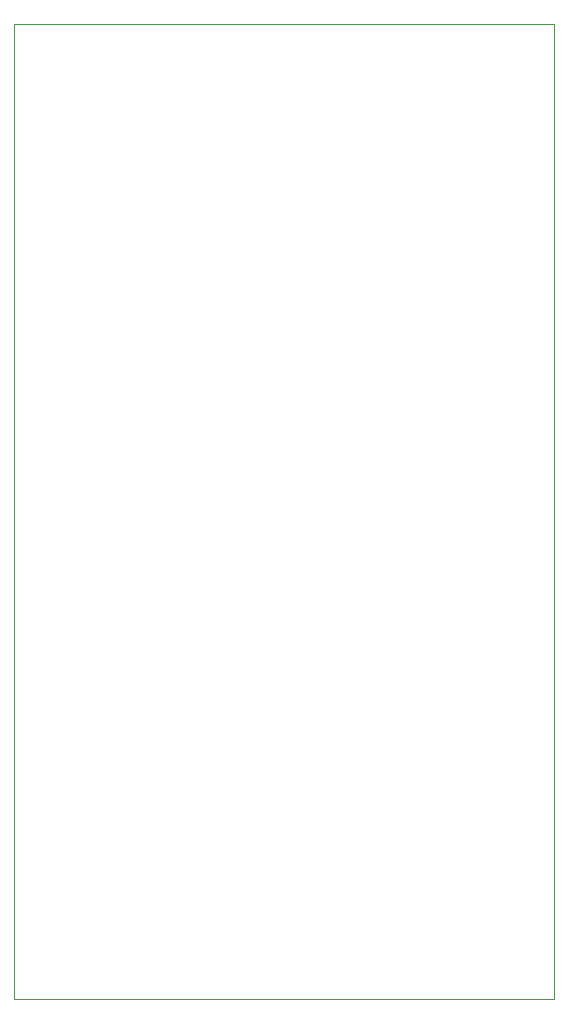
<source format=gbr>
%TF.GenerationSoftware,KiCad,Pcbnew,(5.1.10)-1*%
%TF.CreationDate,2021-10-03T01:52:35+02:00*%
%TF.ProjectId,no 1,6e6f2031-2e6b-4696-9361-645f70636258,rev?*%
%TF.SameCoordinates,Original*%
%TF.FileFunction,Profile,NP*%
%FSLAX46Y46*%
G04 Gerber Fmt 4.6, Leading zero omitted, Abs format (unit mm)*
G04 Created by KiCad (PCBNEW (5.1.10)-1) date 2021-10-03 01:52:35*
%MOMM*%
%LPD*%
G01*
G04 APERTURE LIST*
%TA.AperFunction,Profile*%
%ADD10C,0.050000*%
%TD*%
G04 APERTURE END LIST*
D10*
X236220000Y-148590000D02*
X190500000Y-148590000D01*
X236220000Y-66040000D02*
X236220000Y-148590000D01*
X190500000Y-66040000D02*
X236220000Y-66040000D01*
X190500000Y-148590000D02*
X190500000Y-66040000D01*
M02*

</source>
